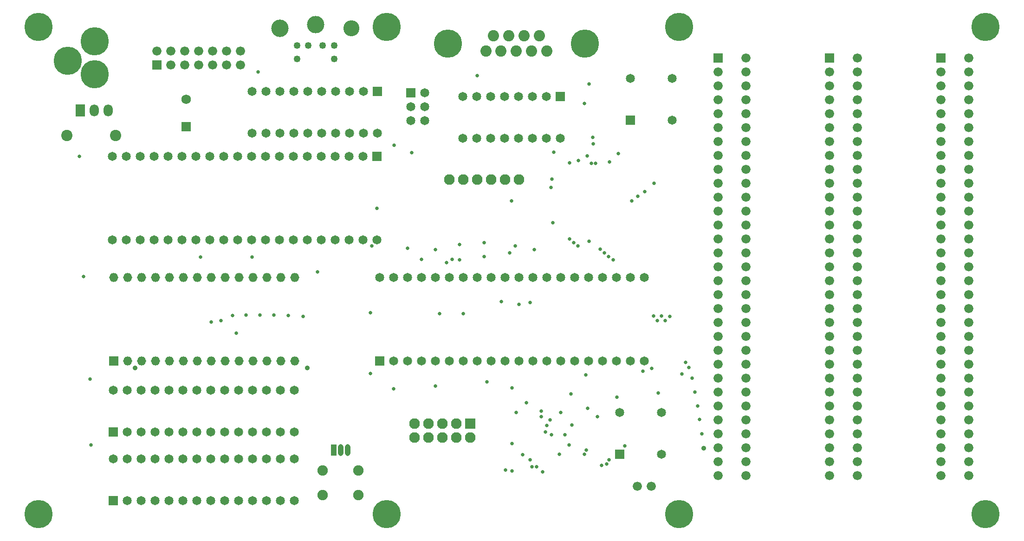
<source format=gbs>
G04 Layer_Color=8150272*
%FSLAX24Y24*%
%MOIN*%
G70*
G01*
G75*
%ADD64C,0.0360*%
%ADD79C,0.2029*%
%ADD80R,0.0651X0.0651*%
%ADD81C,0.0651*%
%ADD82C,0.0769*%
%ADD83R,0.0690X0.0690*%
%ADD84C,0.0690*%
%ADD85O,0.0651X0.0651*%
%ADD86R,0.0651X0.0651*%
%ADD87R,0.0651X0.0651*%
%ADD88C,0.0651*%
%ADD89C,0.0660*%
%ADD90R,0.0660X0.0660*%
%ADD91C,0.0808*%
%ADD92R,0.0769X0.0769*%
%ADD93R,0.0404X0.0847*%
%ADD94O,0.0404X0.0847*%
%ADD95R,0.0660X0.0660*%
%ADD96R,0.0660X0.0860*%
%ADD97O,0.0660X0.0860*%
%ADD98C,0.1151*%
%ADD99C,0.1250*%
%ADD100C,0.1251*%
%ADD101C,0.0493*%
%ADD102C,0.0749*%
%ADD103C,0.0810*%
%ADD104C,0.0260*%
D64*
X87780Y72730D02*
D03*
X59300Y78500D02*
D03*
X46950D02*
D03*
D79*
X108000Y103000D02*
D03*
X44033Y99594D02*
D03*
X42110Y100572D02*
D03*
X44039Y101956D02*
D03*
X69392Y101809D02*
D03*
X79230D02*
D03*
X40000Y103000D02*
D03*
Y68000D02*
D03*
X108000Y68000D02*
D03*
X86000Y103000D02*
D03*
Y68000D02*
D03*
X65000Y103000D02*
D03*
Y68000D02*
D03*
D80*
X66750Y98250D02*
D03*
D81*
X67750D02*
D03*
X66750Y97250D02*
D03*
X67750D02*
D03*
X66750Y96250D02*
D03*
X67750D02*
D03*
D82*
X69500Y92030D02*
D03*
X70500D02*
D03*
X71500D02*
D03*
X72500D02*
D03*
X73500D02*
D03*
X74500D02*
D03*
X71000Y73500D02*
D03*
X70000Y74500D02*
D03*
Y73500D02*
D03*
X69000Y74500D02*
D03*
Y73500D02*
D03*
X68000Y74500D02*
D03*
Y73500D02*
D03*
X67000Y74500D02*
D03*
Y73500D02*
D03*
D83*
X50600Y95816D02*
D03*
D84*
Y97784D02*
D03*
D85*
X58406Y84997D02*
D03*
X57406D02*
D03*
X56406D02*
D03*
X55406D02*
D03*
X54406D02*
D03*
X53406D02*
D03*
X52406D02*
D03*
X51406D02*
D03*
X50406D02*
D03*
X49406D02*
D03*
X48406D02*
D03*
X47406D02*
D03*
X46406D02*
D03*
X45406D02*
D03*
X58406Y78997D02*
D03*
X57406D02*
D03*
X56406D02*
D03*
X55406D02*
D03*
X54406D02*
D03*
X53406D02*
D03*
X52406D02*
D03*
X51406D02*
D03*
X50406D02*
D03*
X49406D02*
D03*
X48406D02*
D03*
X47406D02*
D03*
X46406D02*
D03*
D86*
X45406D02*
D03*
D87*
X64500Y79000D02*
D03*
X77467Y97995D02*
D03*
X45370Y68972D02*
D03*
Y73894D02*
D03*
X64341Y98361D02*
D03*
X81750Y72300D02*
D03*
X82500Y96300D02*
D03*
X64300Y93700D02*
D03*
D88*
X65500Y79000D02*
D03*
X66500D02*
D03*
X67500D02*
D03*
X68500D02*
D03*
X69500D02*
D03*
X70500D02*
D03*
X71500D02*
D03*
X72500D02*
D03*
X73500D02*
D03*
X74500D02*
D03*
X75500D02*
D03*
X76500D02*
D03*
X77500D02*
D03*
X78500D02*
D03*
X79500D02*
D03*
X80500D02*
D03*
X81500D02*
D03*
X82500D02*
D03*
X83500D02*
D03*
X64500Y85000D02*
D03*
X65500D02*
D03*
X66500D02*
D03*
X67500D02*
D03*
X68500D02*
D03*
X69500D02*
D03*
X70500D02*
D03*
X71500D02*
D03*
X72500D02*
D03*
X73500D02*
D03*
X74500D02*
D03*
X75500D02*
D03*
X76500D02*
D03*
X77500D02*
D03*
X78500D02*
D03*
X79500D02*
D03*
X80500D02*
D03*
X81500D02*
D03*
X82500D02*
D03*
X83500D02*
D03*
X70467Y94995D02*
D03*
X71467D02*
D03*
X72467D02*
D03*
X73467D02*
D03*
X74467D02*
D03*
X75467D02*
D03*
X76467D02*
D03*
X77467D02*
D03*
X70467Y97995D02*
D03*
X71467D02*
D03*
X72467D02*
D03*
X73467D02*
D03*
X74467D02*
D03*
X75467D02*
D03*
X76467D02*
D03*
X58370Y71972D02*
D03*
X57370D02*
D03*
X56370D02*
D03*
X55370D02*
D03*
X54370D02*
D03*
X53370D02*
D03*
X52370D02*
D03*
X51370D02*
D03*
X50370D02*
D03*
X49370D02*
D03*
X48370D02*
D03*
X47370D02*
D03*
X46370D02*
D03*
X45370D02*
D03*
X58370Y68972D02*
D03*
X57370D02*
D03*
X56370D02*
D03*
X55370D02*
D03*
X54370D02*
D03*
X53370D02*
D03*
X52370D02*
D03*
X51370D02*
D03*
X50370D02*
D03*
X49370D02*
D03*
X48370D02*
D03*
X47370D02*
D03*
X46370D02*
D03*
X58370Y76894D02*
D03*
X57370D02*
D03*
X56370D02*
D03*
X55370D02*
D03*
X54370D02*
D03*
X53370D02*
D03*
X52370D02*
D03*
X51370D02*
D03*
X50370D02*
D03*
X49370D02*
D03*
X48370D02*
D03*
X47370D02*
D03*
X46370D02*
D03*
X45370D02*
D03*
X58370Y73894D02*
D03*
X57370D02*
D03*
X56370D02*
D03*
X55370D02*
D03*
X54370D02*
D03*
X53370D02*
D03*
X52370D02*
D03*
X51370D02*
D03*
X50370D02*
D03*
X49370D02*
D03*
X48370D02*
D03*
X47370D02*
D03*
X46370D02*
D03*
X55341Y95361D02*
D03*
X56341D02*
D03*
X57341D02*
D03*
X58341D02*
D03*
X59341D02*
D03*
X60341D02*
D03*
X61341D02*
D03*
X62341D02*
D03*
X63341D02*
D03*
X64341D02*
D03*
X55341Y98361D02*
D03*
X56341D02*
D03*
X57341D02*
D03*
X58341D02*
D03*
X59341D02*
D03*
X60341D02*
D03*
X61341D02*
D03*
X62341D02*
D03*
X63341D02*
D03*
X84750Y75300D02*
D03*
X81750D02*
D03*
X84750Y72300D02*
D03*
X85500Y96300D02*
D03*
X82500Y99300D02*
D03*
X85500D02*
D03*
X45300Y87700D02*
D03*
X46300D02*
D03*
X47300D02*
D03*
X48300D02*
D03*
X49300D02*
D03*
X50300D02*
D03*
X51300D02*
D03*
X52300D02*
D03*
X53300D02*
D03*
X54300D02*
D03*
X55300D02*
D03*
X56300D02*
D03*
X57300D02*
D03*
X58300D02*
D03*
X59300D02*
D03*
X60300D02*
D03*
X61300D02*
D03*
X62300D02*
D03*
X63300D02*
D03*
X64300D02*
D03*
X45300Y93700D02*
D03*
X46300D02*
D03*
X47300D02*
D03*
X48300D02*
D03*
X49300D02*
D03*
X50300D02*
D03*
X51300D02*
D03*
X52300D02*
D03*
X53300D02*
D03*
X54300D02*
D03*
X55300D02*
D03*
X56300D02*
D03*
X57300D02*
D03*
X58300D02*
D03*
X59300D02*
D03*
X60300D02*
D03*
X61300D02*
D03*
X62300D02*
D03*
X63300D02*
D03*
D89*
X54500Y101250D02*
D03*
Y100250D02*
D03*
X53500Y101250D02*
D03*
Y100250D02*
D03*
X52500Y101250D02*
D03*
Y100250D02*
D03*
X51500Y101250D02*
D03*
Y100250D02*
D03*
X50500Y101250D02*
D03*
Y100250D02*
D03*
X49500Y101250D02*
D03*
Y100250D02*
D03*
X48500Y101250D02*
D03*
X84000Y70000D02*
D03*
X90800Y70750D02*
D03*
X88800D02*
D03*
X90800Y71750D02*
D03*
X88800D02*
D03*
X90800Y72750D02*
D03*
Y73750D02*
D03*
Y74750D02*
D03*
Y75750D02*
D03*
Y76750D02*
D03*
Y77750D02*
D03*
Y78750D02*
D03*
Y79750D02*
D03*
Y80750D02*
D03*
Y81750D02*
D03*
Y82750D02*
D03*
Y83750D02*
D03*
Y84750D02*
D03*
Y85750D02*
D03*
Y86750D02*
D03*
Y87750D02*
D03*
Y88750D02*
D03*
Y89750D02*
D03*
Y90750D02*
D03*
Y91750D02*
D03*
Y92750D02*
D03*
Y93750D02*
D03*
Y94750D02*
D03*
Y95750D02*
D03*
Y96750D02*
D03*
Y97750D02*
D03*
Y98750D02*
D03*
Y99750D02*
D03*
Y100750D02*
D03*
X88800Y85750D02*
D03*
Y84750D02*
D03*
Y83750D02*
D03*
Y82750D02*
D03*
Y81750D02*
D03*
Y80750D02*
D03*
Y79750D02*
D03*
Y78750D02*
D03*
Y77750D02*
D03*
Y76750D02*
D03*
Y75750D02*
D03*
Y74750D02*
D03*
Y73750D02*
D03*
Y72750D02*
D03*
Y86750D02*
D03*
Y87750D02*
D03*
Y88750D02*
D03*
Y89750D02*
D03*
Y90750D02*
D03*
Y91750D02*
D03*
Y92750D02*
D03*
Y93750D02*
D03*
Y94750D02*
D03*
Y95750D02*
D03*
Y96750D02*
D03*
Y97750D02*
D03*
Y98750D02*
D03*
Y99750D02*
D03*
X98800Y70750D02*
D03*
X96800D02*
D03*
X98800Y71750D02*
D03*
X96800D02*
D03*
X98800Y72750D02*
D03*
X96800D02*
D03*
X98800Y73750D02*
D03*
X96800D02*
D03*
X98800Y74750D02*
D03*
X96800D02*
D03*
X98800Y75750D02*
D03*
X96800D02*
D03*
X98800Y76750D02*
D03*
X96800D02*
D03*
X98800Y77750D02*
D03*
X96800D02*
D03*
X98800Y78750D02*
D03*
X96800D02*
D03*
X98800Y79750D02*
D03*
X96800D02*
D03*
X98800Y80750D02*
D03*
X96800D02*
D03*
X98800Y81750D02*
D03*
X96800D02*
D03*
X98800Y82750D02*
D03*
X96800D02*
D03*
X98800Y83750D02*
D03*
X96800D02*
D03*
X98800Y84750D02*
D03*
X96800D02*
D03*
X98800Y85750D02*
D03*
X96800D02*
D03*
X98800Y86750D02*
D03*
X96800D02*
D03*
X98800Y87750D02*
D03*
X96800D02*
D03*
X98800Y88750D02*
D03*
X96800D02*
D03*
X98800Y89750D02*
D03*
X96800D02*
D03*
X98800Y90750D02*
D03*
X96800D02*
D03*
X98800Y91750D02*
D03*
X96800D02*
D03*
X98800Y92750D02*
D03*
X96800D02*
D03*
X98800Y93750D02*
D03*
X96800D02*
D03*
X98800Y94750D02*
D03*
X96800D02*
D03*
X98800Y95750D02*
D03*
X96800D02*
D03*
X98800Y96750D02*
D03*
X96800D02*
D03*
X98800Y97750D02*
D03*
X96800D02*
D03*
X98800Y98750D02*
D03*
X96800D02*
D03*
X98800Y99750D02*
D03*
X96800D02*
D03*
X98800Y100750D02*
D03*
X106800Y70750D02*
D03*
X104800D02*
D03*
X106800Y71750D02*
D03*
X104800D02*
D03*
X106800Y72750D02*
D03*
X104800D02*
D03*
X106800Y73750D02*
D03*
X104800D02*
D03*
X106800Y74750D02*
D03*
X104800D02*
D03*
X106800Y75750D02*
D03*
X104800D02*
D03*
X106800Y76750D02*
D03*
X104800D02*
D03*
X106800Y77750D02*
D03*
X104800D02*
D03*
X106800Y78750D02*
D03*
X104800D02*
D03*
X106800Y79750D02*
D03*
X104800D02*
D03*
X106800Y80750D02*
D03*
X104800D02*
D03*
X106800Y81750D02*
D03*
X104800D02*
D03*
X106800Y82750D02*
D03*
X104800D02*
D03*
X106800Y83750D02*
D03*
X104800D02*
D03*
X106800Y84750D02*
D03*
X104800D02*
D03*
X106800Y85750D02*
D03*
X104800D02*
D03*
X106800Y86750D02*
D03*
X104800D02*
D03*
X106800Y87750D02*
D03*
X104800D02*
D03*
X106800Y88750D02*
D03*
X104800D02*
D03*
X106800Y89750D02*
D03*
X104800D02*
D03*
X106800Y90750D02*
D03*
X104800D02*
D03*
X106800Y91750D02*
D03*
X104800D02*
D03*
X106800Y92750D02*
D03*
X104800D02*
D03*
X106800Y93750D02*
D03*
X104800D02*
D03*
X106800Y94750D02*
D03*
X104800D02*
D03*
X106800Y95750D02*
D03*
X104800D02*
D03*
X106800Y96750D02*
D03*
X104800D02*
D03*
X106800Y97750D02*
D03*
X104800D02*
D03*
X106800Y98750D02*
D03*
X104800D02*
D03*
X106800Y99750D02*
D03*
X104800D02*
D03*
X106800Y100750D02*
D03*
X83000Y70000D02*
D03*
D90*
X48500Y100250D02*
D03*
D91*
X72122Y101250D02*
D03*
X72669Y102368D02*
D03*
X73217Y101250D02*
D03*
X73764Y102368D02*
D03*
X74311Y101250D02*
D03*
X74858Y102368D02*
D03*
X75406Y101250D02*
D03*
X75953Y102368D02*
D03*
X76500Y101250D02*
D03*
D92*
X71000Y74500D02*
D03*
D93*
X61200Y72600D02*
D03*
D94*
X61700D02*
D03*
X62200D02*
D03*
D95*
X88800Y100750D02*
D03*
X96800D02*
D03*
X104800D02*
D03*
D96*
X43000Y97000D02*
D03*
D97*
X44000D02*
D03*
X45000D02*
D03*
D98*
X62467Y102894D02*
D03*
D99*
X59900Y103150D02*
D03*
D100*
X57333Y102894D02*
D03*
D101*
X61239Y100689D02*
D03*
Y101674D02*
D03*
X60412D02*
D03*
X59378D02*
D03*
X58561D02*
D03*
Y100689D02*
D03*
D102*
X60400Y69350D02*
D03*
X62959D02*
D03*
Y71122D02*
D03*
X60400D02*
D03*
D103*
X42050Y95200D02*
D03*
X45550D02*
D03*
D104*
X73970Y90500D02*
D03*
X84500Y76700D02*
D03*
X81000Y93300D02*
D03*
X77000Y94000D02*
D03*
X71500Y99500D02*
D03*
X70225Y86275D02*
D03*
X81275D02*
D03*
X72000Y86500D02*
D03*
X80950D02*
D03*
X73850Y86750D02*
D03*
X80650D02*
D03*
X75600Y87000D02*
D03*
X80330Y87020D02*
D03*
X74250Y87250D02*
D03*
X78750D02*
D03*
X72000Y87500D02*
D03*
X78450D02*
D03*
X70250Y87350D02*
D03*
X78125Y87775D02*
D03*
X74000Y73066D02*
D03*
X67500Y86300D02*
D03*
X69700D02*
D03*
X69300Y86050D02*
D03*
X73550Y71150D02*
D03*
X43700Y77700D02*
D03*
X74760Y72255D02*
D03*
X76217Y71040D02*
D03*
X75760Y71380D02*
D03*
X75430Y71400D02*
D03*
X87640Y73760D02*
D03*
X87480Y74780D02*
D03*
X87320Y75770D02*
D03*
X87150Y76750D02*
D03*
X75300Y83200D02*
D03*
X86950Y77750D02*
D03*
X74508Y83071D02*
D03*
X86700Y78510D02*
D03*
X73228Y83268D02*
D03*
X86470Y78890D02*
D03*
X86200Y78050D02*
D03*
X83400Y78250D02*
D03*
X75300Y71900D02*
D03*
X78250Y76636D02*
D03*
X77400Y72300D02*
D03*
X75050Y76000D02*
D03*
X68500Y77200D02*
D03*
X65500Y77000D02*
D03*
X66500Y87100D02*
D03*
X81550Y76400D02*
D03*
X74000Y71100D02*
D03*
X76500Y74350D02*
D03*
X52400Y81800D02*
D03*
X53100Y81900D02*
D03*
X54200Y81000D02*
D03*
X76750Y74750D02*
D03*
X76400Y73900D02*
D03*
X76850Y73700D02*
D03*
X57950Y82250D02*
D03*
X56900Y82300D02*
D03*
X55900D02*
D03*
X54900D02*
D03*
X53950Y82250D02*
D03*
X72200Y77500D02*
D03*
X74000Y77050D02*
D03*
X76100Y75395D02*
D03*
X79441Y75600D02*
D03*
X79300Y78000D02*
D03*
X43765Y72965D02*
D03*
X65550Y94500D02*
D03*
X63850Y82450D02*
D03*
Y78100D02*
D03*
X78100Y72950D02*
D03*
X80150Y75000D02*
D03*
X77500Y75300D02*
D03*
X68500Y87000D02*
D03*
X55755Y99745D02*
D03*
X84740Y82220D02*
D03*
X84160D02*
D03*
X59000Y82200D02*
D03*
X85350D02*
D03*
X84450Y81900D02*
D03*
X84050Y78450D02*
D03*
X80955Y71895D02*
D03*
X80450Y71500D02*
D03*
X80800Y71586D02*
D03*
X79350Y72600D02*
D03*
X79195Y72300D02*
D03*
X82100Y72900D02*
D03*
X68800Y82400D02*
D03*
X70500D02*
D03*
X74300Y75300D02*
D03*
X77800Y73700D02*
D03*
X78300Y74400D02*
D03*
X76100Y75000D02*
D03*
X85010Y81900D02*
D03*
X79700Y93200D02*
D03*
X80015D02*
D03*
X79550Y98900D02*
D03*
X79202Y97500D02*
D03*
X79800Y95050D02*
D03*
X79850Y94600D02*
D03*
X79550Y87600D02*
D03*
X76925Y88925D02*
D03*
X76800Y91450D02*
D03*
X76875Y92075D02*
D03*
X78125Y93225D02*
D03*
X78755Y93395D02*
D03*
X79385Y93715D02*
D03*
X83550Y91150D02*
D03*
X82600Y90500D02*
D03*
X83050Y90830D02*
D03*
X84200Y91750D02*
D03*
X81650Y93900D02*
D03*
X63950Y87250D02*
D03*
X66800Y93950D02*
D03*
X55350Y86450D02*
D03*
X51650D02*
D03*
X60050Y85400D02*
D03*
X64300Y89950D02*
D03*
X43250Y85050D02*
D03*
X42950Y93700D02*
D03*
M02*

</source>
